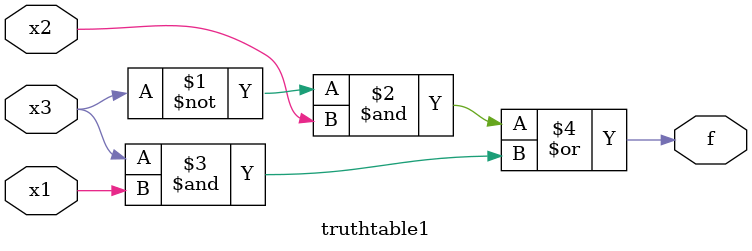
<source format=v>
module truthtable1( 
    input x3,
    input x2,
    input x1,  // three inputs
    output f   // one output
);
    assign f = (~x3&x2)|(x3&x1);
endmodule

</source>
